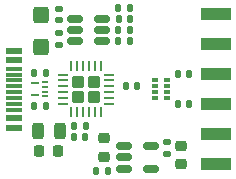
<source format=gtp>
%TF.GenerationSoftware,KiCad,Pcbnew,(6.0.2)*%
%TF.CreationDate,2022-04-27T15:01:22+08:00*%
%TF.ProjectId,USBtoTTL,55534274-6f54-4544-9c2e-6b696361645f,rev?*%
%TF.SameCoordinates,Original*%
%TF.FileFunction,Paste,Top*%
%TF.FilePolarity,Positive*%
%FSLAX45Y45*%
G04 Gerber Fmt 4.5, Leading zero omitted, Abs format (unit mm)*
G04 Created by KiCad (PCBNEW (6.0.2)) date 2022-04-27 15:01:22*
%MOMM*%
%LPD*%
G01*
G04 APERTURE LIST*
G04 Aperture macros list*
%AMRoundRect*
0 Rectangle with rounded corners*
0 $1 Rounding radius*
0 $2 $3 $4 $5 $6 $7 $8 $9 X,Y pos of 4 corners*
0 Add a 4 corners polygon primitive as box body*
4,1,4,$2,$3,$4,$5,$6,$7,$8,$9,$2,$3,0*
0 Add four circle primitives for the rounded corners*
1,1,$1+$1,$2,$3*
1,1,$1+$1,$4,$5*
1,1,$1+$1,$6,$7*
1,1,$1+$1,$8,$9*
0 Add four rect primitives between the rounded corners*
20,1,$1+$1,$2,$3,$4,$5,0*
20,1,$1+$1,$4,$5,$6,$7,0*
20,1,$1+$1,$6,$7,$8,$9,0*
20,1,$1+$1,$8,$9,$2,$3,0*%
G04 Aperture macros list end*
%ADD10RoundRect,0.135000X-0.135000X-0.185000X0.135000X-0.185000X0.135000X0.185000X-0.135000X0.185000X0*%
%ADD11RoundRect,0.250000X0.425000X-0.450000X0.425000X0.450000X-0.425000X0.450000X-0.425000X-0.450000X0*%
%ADD12RoundRect,0.140000X-0.140000X-0.170000X0.140000X-0.170000X0.140000X0.170000X-0.140000X0.170000X0*%
%ADD13RoundRect,0.250000X-0.275000X-0.275000X0.275000X-0.275000X0.275000X0.275000X-0.275000X0.275000X0*%
%ADD14RoundRect,0.062500X-0.350000X-0.062500X0.350000X-0.062500X0.350000X0.062500X-0.350000X0.062500X0*%
%ADD15RoundRect,0.062500X-0.062500X-0.350000X0.062500X-0.350000X0.062500X0.350000X-0.062500X0.350000X0*%
%ADD16RoundRect,0.243750X0.243750X0.456250X-0.243750X0.456250X-0.243750X-0.456250X0.243750X-0.456250X0*%
%ADD17R,0.500000X0.320000*%
%ADD18R,2.500000X1.000000*%
%ADD19RoundRect,0.140000X0.170000X-0.140000X0.170000X0.140000X-0.170000X0.140000X-0.170000X-0.140000X0*%
%ADD20RoundRect,0.150000X-0.512500X-0.150000X0.512500X-0.150000X0.512500X0.150000X-0.512500X0.150000X0*%
%ADD21RoundRect,0.147500X-0.147500X-0.172500X0.147500X-0.172500X0.147500X0.172500X-0.147500X0.172500X0*%
%ADD22RoundRect,0.147500X0.147500X0.172500X-0.147500X0.172500X-0.147500X-0.172500X0.147500X-0.172500X0*%
%ADD23R,0.500000X0.200000*%
%ADD24R,0.700000X0.200000*%
%ADD25RoundRect,0.225000X-0.250000X0.225000X-0.250000X-0.225000X0.250000X-0.225000X0.250000X0.225000X0*%
%ADD26RoundRect,0.225000X0.250000X-0.225000X0.250000X0.225000X-0.250000X0.225000X-0.250000X-0.225000X0*%
%ADD27RoundRect,0.225000X0.225000X0.250000X-0.225000X0.250000X-0.225000X-0.250000X0.225000X-0.250000X0*%
%ADD28R,1.450000X0.600000*%
%ADD29R,1.450000X0.300000*%
%ADD30RoundRect,0.135000X0.185000X-0.135000X0.185000X0.135000X-0.185000X0.135000X-0.185000X-0.135000X0*%
G04 APERTURE END LIST*
D10*
%TO.C,R6*%
X6611620Y-6924040D03*
X6713620Y-6924040D03*
%TD*%
D11*
%TO.C,C1*%
X6670040Y-6421500D03*
X6670040Y-6151500D03*
%TD*%
D10*
%TO.C,R1*%
X7132120Y-7472680D03*
X7234120Y-7472680D03*
%TD*%
D12*
%TO.C,C4*%
X6947160Y-7183120D03*
X7043160Y-7183120D03*
%TD*%
D13*
%TO.C,U3*%
X6983500Y-6846800D03*
X6983500Y-6716800D03*
X7113500Y-6846800D03*
X7113500Y-6716800D03*
D14*
X6854750Y-6656800D03*
X6854750Y-6706800D03*
X6854750Y-6756800D03*
X6854750Y-6806800D03*
X6854750Y-6856800D03*
X6854750Y-6906800D03*
D15*
X6923500Y-6975550D03*
X6973500Y-6975550D03*
X7023500Y-6975550D03*
X7073500Y-6975550D03*
X7123500Y-6975550D03*
X7173500Y-6975550D03*
D14*
X7242250Y-6906800D03*
X7242250Y-6856800D03*
X7242250Y-6806800D03*
X7242250Y-6756800D03*
X7242250Y-6706800D03*
X7242250Y-6656800D03*
D15*
X7173500Y-6588050D03*
X7123500Y-6588050D03*
X7073500Y-6588050D03*
X7023500Y-6588050D03*
X6973500Y-6588050D03*
X6923500Y-6588050D03*
%TD*%
D12*
%TO.C,C9*%
X7389120Y-6756400D03*
X7485120Y-6756400D03*
%TD*%
D16*
%TO.C,F1*%
X6827290Y-7137400D03*
X6639790Y-7137400D03*
%TD*%
D17*
%TO.C,RN1*%
X7733500Y-6856800D03*
X7733500Y-6806800D03*
X7733500Y-6756800D03*
X7733500Y-6706800D03*
X7633500Y-6706800D03*
X7633500Y-6756800D03*
X7633500Y-6806800D03*
X7633500Y-6856800D03*
%TD*%
D18*
%TO.C,J1*%
X8147000Y-6144260D03*
X8147000Y-6398260D03*
X8147000Y-6652260D03*
X8147000Y-6906260D03*
X8147000Y-7160260D03*
X8147000Y-7414260D03*
%TD*%
D10*
%TO.C,R3*%
X7322620Y-6278880D03*
X7424620Y-6278880D03*
%TD*%
D19*
%TO.C,C2*%
X6822440Y-6197340D03*
X6822440Y-6101340D03*
%TD*%
D20*
%TO.C,U1*%
X7369090Y-7263380D03*
X7369090Y-7358380D03*
X7369090Y-7453380D03*
X7596590Y-7453380D03*
X7596590Y-7263380D03*
%TD*%
D21*
%TO.C,D4*%
X7325120Y-6090920D03*
X7422120Y-6090920D03*
%TD*%
D22*
%TO.C,D3*%
X7925990Y-6906260D03*
X7828990Y-6906260D03*
%TD*%
D23*
%TO.C,U4*%
X6702340Y-6841800D03*
X6702340Y-6801800D03*
X6702340Y-6761800D03*
X6702340Y-6721800D03*
D24*
X6622340Y-6731800D03*
X6622340Y-6831800D03*
%TD*%
D12*
%TO.C,C8*%
X7327620Y-6184900D03*
X7423620Y-6184900D03*
%TD*%
D10*
%TO.C,R5*%
X6608880Y-6639560D03*
X6710880Y-6639560D03*
%TD*%
%TO.C,R4*%
X6944160Y-7089140D03*
X7046160Y-7089140D03*
%TD*%
D25*
%TO.C,C3*%
X7203440Y-7197060D03*
X7203440Y-7352060D03*
%TD*%
D26*
%TO.C,C5*%
X7853880Y-7413020D03*
X7853880Y-7258020D03*
%TD*%
D27*
%TO.C,C7*%
X6811040Y-7305040D03*
X6656040Y-7305040D03*
%TD*%
D20*
%TO.C,U2*%
X6960150Y-6183880D03*
X6960150Y-6278880D03*
X6960150Y-6373880D03*
X7187650Y-6373880D03*
X7187650Y-6278880D03*
X7187650Y-6183880D03*
%TD*%
D19*
%TO.C,C6*%
X7734500Y-7327640D03*
X7734500Y-7231640D03*
%TD*%
D28*
%TO.C,J2*%
X6441960Y-6456800D03*
X6441960Y-6536800D03*
D29*
X6441960Y-6656800D03*
X6441960Y-6756800D03*
X6441960Y-6806800D03*
X6441960Y-6906800D03*
D28*
X6441960Y-7026800D03*
X6441960Y-7106800D03*
X6441960Y-7106800D03*
X6441960Y-7026800D03*
D29*
X6441960Y-6956800D03*
X6441960Y-6856800D03*
X6441960Y-6706800D03*
X6441960Y-6606800D03*
D28*
X6441960Y-6536800D03*
X6441960Y-6456800D03*
%TD*%
D21*
%TO.C,D1*%
X7325120Y-6375400D03*
X7422120Y-6375400D03*
%TD*%
D22*
%TO.C,D2*%
X7925990Y-6652260D03*
X7828990Y-6652260D03*
%TD*%
D30*
%TO.C,R2*%
X6822440Y-6408620D03*
X6822440Y-6306620D03*
%TD*%
M02*

</source>
